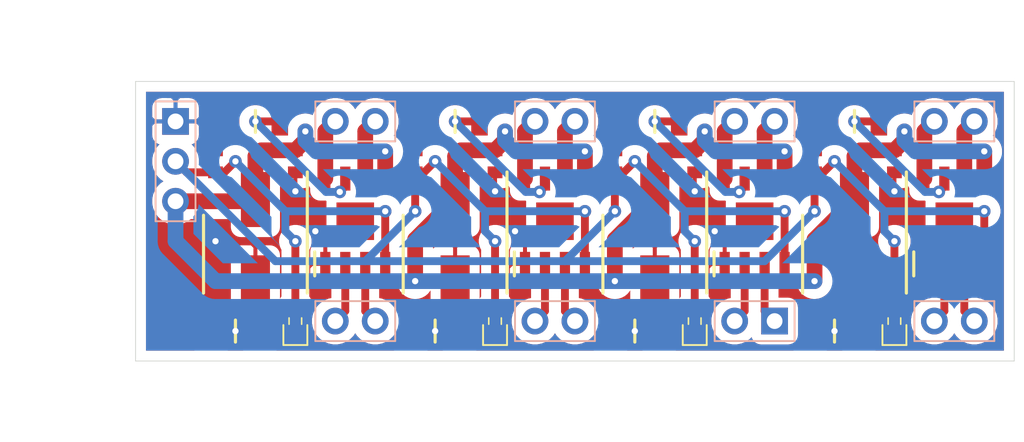
<source format=kicad_pcb>
(kicad_pcb (version 20221018) (generator pcbnew)
  (layers (0 "F.Cu" signal) (31 "B.Cu" signal) (34 "B.Paste" user) (35 "F.Paste" user) (36 "B.SilkS" user "B.Silkscreen") (37 "F.SilkS" user "F.Silkscreen") (38 "B.Mask" user) (39 "F.Mask" user) (44 "Edge.Cuts" user))
  (net 0 "")
  (net 1 "Net-(C1-Pad1)")
  (net 2 "Net-(C1-Pad2)")
  (net 3 "Net-(D1-Pad1)")
  (net 4 "Net-(D2-Pad1)")
  (net 5 "Net-(D3-Pad1)")
  (net 6 "Net-(D4-Pad1)")
  (net 7 "Net-(J2-Pad1)")
  (net 8 "Net-(J2-Pad2)")
  (net 9 "Net-(J3-Pad2)")
  (net 10 "Net-(J3-Pad1)")
  (net 11 "Net-(J4-Pad1)")
  (net 12 "Net-(J4-Pad2)")
  (net 13 "Net-(J5-Pad2)")
  (net 14 "Net-(J5-Pad1)")
  (net 15 "Net-(J6-Pad1)")
  (net 16 "Net-(J6-Pad2)")
  (net 17 "Net-(J7-Pad2)")
  (net 18 "Net-(J7-Pad1)")
  (net 19 "Net-(J8-Pad1)")
  (net 20 "Net-(J8-Pad2)")
  (net 21 "Net-(J9-Pad2)")
  (net 22 "Net-(J9-Pad1)")
  (net 23 "Net-(R5-Pad2)")
  (net 24 "Net-(R6-Pad2)")
  (net 25 "Net-(R7-Pad2)")
  (net 26 "Net-(R8-Pad2)")
  (net 27 "Net-(C10-Pad1)")
  (footprint "SamacSys_Parts:CAPC1608X90N" (layer "F.Cu") (at 93.98 129.54 90)
    (fp_text reference "C1")
    (fp_text value "0.1u" hide)
    (pad "1" smd rect (at -0.7 0 90) (size 0.75 0.94) (layers "F.Cu" "F.Paste" "F.Mask") (net 1 "Net-(C1-Pad1)"))
    (pad "2" smd rect (at 0.7 0 90) (size 0.75 0.94) (layers "F.Cu" "F.Paste" "F.Mask") (net 2 "Net-(C1-Pad2)"))
  )
  (footprint "SamacSys_Parts:CAPC1608X90N" (layer "F.Cu") (at 106.68 129.54 90)
    (fp_text reference "C2")
    (fp_text value "0.1u" hide)
    (pad "1" smd rect (at -0.7 0 90) (size 0.75 0.94) (layers "F.Cu" "F.Paste" "F.Mask") (net 1 "Net-(C1-Pad1)"))
    (pad "2" smd rect (at 0.7 0 90) (size 0.75 0.94) (layers "F.Cu" "F.Paste" "F.Mask") (net 2 "Net-(C1-Pad2)"))
  )
  (footprint "SamacSys_Parts:CAPC1608X90N" (layer "F.Cu") (at 119.38 129.54 90)
    (fp_text reference "C3")
    (fp_text value "0.1u" hide)
    (pad "1" smd rect (at -0.7 0 90) (size 0.75 0.94) (layers "F.Cu" "F.Paste" "F.Mask") (net 1 "Net-(C1-Pad1)"))
    (pad "2" smd rect (at 0.7 0 90) (size 0.75 0.94) (layers "F.Cu" "F.Paste" "F.Mask") (net 2 "Net-(C1-Pad2)"))
  )
  (footprint "SamacSys_Parts:CAPC1608X90N" (layer "F.Cu") (at 132.08 129.54 90)
    (fp_text reference "C4")
    (fp_text value "0.1u" hide)
    (pad "1" smd rect (at -0.7 0 90) (size 0.75 0.94) (layers "F.Cu" "F.Paste" "F.Mask") (net 1 "Net-(C1-Pad1)"))
    (pad "2" smd rect (at 0.7 0 90) (size 0.75 0.94) (layers "F.Cu" "F.Paste" "F.Mask") (net 2 "Net-(C1-Pad2)"))
  )
  (footprint "SamacSys_Parts:CAPC1608X90N" (layer "F.Cu") (at 99.06 129.54 -90)
    (fp_text reference "C5")
    (fp_text value "0.1u" hide)
    (pad "1" smd rect (at -0.7 0 270) (size 0.75 0.94) (layers "F.Cu" "F.Paste" "F.Mask") (net 27 "Net-(C10-Pad1)"))
    (pad "2" smd rect (at 0.7 0 270) (size 0.75 0.94) (layers "F.Cu" "F.Paste" "F.Mask") (net 2 "Net-(C1-Pad2)"))
  )
  (footprint "SamacSys_Parts:CAPC1608X90N" (layer "F.Cu") (at 111.76 129.54 -90)
    (fp_text reference "C6")
    (fp_text value "0.1u" hide)
    (pad "1" smd rect (at -0.7 0 270) (size 0.75 0.94) (layers "F.Cu" "F.Paste" "F.Mask") (net 27 "Net-(C10-Pad1)"))
    (pad "2" smd rect (at 0.7 0 270) (size 0.75 0.94) (layers "F.Cu" "F.Paste" "F.Mask") (net 2 "Net-(C1-Pad2)"))
  )
  (footprint "SamacSys_Parts:CAPC1608X90N" (layer "F.Cu") (at 124.46 129.54 -90)
    (fp_text reference "C7")
    (fp_text value "0.1u" hide)
    (pad "1" smd rect (at -0.7 0 270) (size 0.75 0.94) (layers "F.Cu" "F.Paste" "F.Mask") (net 27 "Net-(C10-Pad1)"))
    (pad "2" smd rect (at 0.7 0 270) (size 0.75 0.94) (layers "F.Cu" "F.Paste" "F.Mask") (net 2 "Net-(C1-Pad2)"))
  )
  (footprint "SamacSys_Parts:CAPC1608X90N" (layer "F.Cu") (at 137.16 129.54 -90)
    (fp_text reference "C8")
    (fp_text value "0.1u" hide)
    (pad "1" smd rect (at -0.7 0 270) (size 0.75 0.94) (layers "F.Cu" "F.Paste" "F.Mask") (net 27 "Net-(C10-Pad1)"))
    (pad "2" smd rect (at 0.7 0 270) (size 0.75 0.94) (layers "F.Cu" "F.Paste" "F.Mask") (net 2 "Net-(C1-Pad2)"))
  )
  (footprint "SamacSys_Parts:CAPAE660X730N" (layer "F.Cu") (at 96.52 134.62 -90)
    (fp_text reference "C12")
    (fp_text value "47u" hide)
    (fp_line (start -4.4 -3.3) (end 3.3 -3.3) (stroke (width 0.2)) (layer "F.SilkS"))
    (fp_line (start -1.65 3.3) (end 3.3 3.3) (stroke (width 0.2)) (layer "F.SilkS"))
    (pad "1" smd rect (at -2.65 0) (size 1.85 3.5) (layers "F.Cu" "F.Paste" "F.Mask") (net 27 "Net-(C10-Pad1)"))
    (pad "2" smd rect (at 2.65 0) (size 1.85 3.5) (layers "F.Cu" "F.Paste" "F.Mask") (net 2 "Net-(C1-Pad2)"))
  )
  (footprint "SamacSys_Parts:OSXX0603C1E" (layer "F.Cu") (at 99.06 139.7 90)
    (fp_text reference "D1")
    (fp_text value "LED" hide)
    (fp_line (start -0.2 -0.4) (end 0.2 -0.4) (stroke (width 0.1)) (layer "F.SilkS"))
    (fp_line (start -0.2 0.4) (end 0.2 0.4) (stroke (width 0.1)) (layer "F.SilkS"))
    (pad "1" smd rect (at -0.75 0 90) (size 0.8 0.8) (layers "F.Cu" "F.Paste" "F.Mask") (net 3 "Net-(D1-Pad1)"))
    (pad "2" smd rect (at 0.75 0 90) (size 0.8 0.8) (layers "F.Cu" "F.Paste" "F.Mask") (net 1 "Net-(C1-Pad1)"))
  )
  (footprint "SamacSys_Parts:OSXX0603C1E" (layer "F.Cu") (at 111.76 139.7 90)
    (fp_text reference "D2")
    (fp_text value "LED" hide)
    (fp_line (start -0.2 -0.4) (end 0.2 -0.4) (stroke (width 0.1)) (layer "F.SilkS"))
    (fp_line (start -0.2 0.4) (end 0.2 0.4) (stroke (width 0.1)) (layer "F.SilkS"))
    (pad "1" smd rect (at -0.75 0 90) (size 0.8 0.8) (layers "F.Cu" "F.Paste" "F.Mask") (net 4 "Net-(D2-Pad1)"))
    (pad "2" smd rect (at 0.75 0 90) (size 0.8 0.8) (layers "F.Cu" "F.Paste" "F.Mask") (net 1 "Net-(C1-Pad1)"))
  )
  (footprint "SamacSys_Parts:OSXX0603C1E" (layer "F.Cu") (at 124.46 139.7 90)
    (fp_text reference "D3")
    (fp_text value "LED" hide)
    (fp_line (start -0.2 -0.4) (end 0.2 -0.4) (stroke (width 0.1)) (layer "F.SilkS"))
    (fp_line (start -0.2 0.4) (end 0.2 0.4) (stroke (width 0.1)) (layer "F.SilkS"))
    (pad "1" smd rect (at -0.75 0 90) (size 0.8 0.8) (layers "F.Cu" "F.Paste" "F.Mask") (net 5 "Net-(D3-Pad1)"))
    (pad "2" smd rect (at 0.75 0 90) (size 0.8 0.8) (layers "F.Cu" "F.Paste" "F.Mask") (net 1 "Net-(C1-Pad1)"))
  )
  (footprint "SamacSys_Parts:OSXX0603C1E" (layer "F.Cu") (at 137.16 139.7 90)
    (fp_text reference "D4")
    (fp_text value "LED" hide)
    (fp_line (start -0.2 -0.4) (end 0.2 -0.4) (stroke (width 0.1)) (layer "F.SilkS"))
    (fp_line (start -0.2 0.4) (end 0.2 0.4) (stroke (width 0.1)) (layer "F.SilkS"))
    (pad "1" smd rect (at -0.75 0 90) (size 0.8 0.8) (layers "F.Cu" "F.Paste" "F.Mask") (net 6 "Net-(D4-Pad1)"))
    (pad "2" smd rect (at 0.75 0 90) (size 0.8 0.8) (layers "F.Cu" "F.Paste" "F.Mask") (net 1 "Net-(C1-Pad1)"))
  )
  (footprint "SamacSys_Parts:RESC3216X70N" (layer "F.Cu") (at 95.25 140.335)
    (fp_text reference "R1")
    (fp_text value "110" hide)
    (fp_line (start 0 -0.7) (end 0 0.7) (stroke (width 0.2)) (layer "F.SilkS"))
    (pad "1" smd rect (at -1.55 0) (size 1.05 1.8) (layers "F.Cu" "F.Paste" "F.Mask") (net 2 "Net-(C1-Pad2)"))
    (pad "2" smd rect (at 1.55 0) (size 1.05 1.8) (layers "F.Cu" "F.Paste" "F.Mask") (net 3 "Net-(D1-Pad1)"))
  )
  (footprint "SamacSys_Parts:RESC3216X70N" (layer "F.Cu") (at 107.95 140.335)
    (fp_text reference "R2")
    (fp_text value "110" hide)
    (fp_line (start 0 -0.7) (end 0 0.7) (stroke (width 0.2)) (layer "F.SilkS"))
    (pad "1" smd rect (at -1.55 0) (size 1.05 1.8) (layers "F.Cu" "F.Paste" "F.Mask") (net 2 "Net-(C1-Pad2)"))
    (pad "2" smd rect (at 1.55 0) (size 1.05 1.8) (layers "F.Cu" "F.Paste" "F.Mask") (net 4 "Net-(D2-Pad1)"))
  )
  (footprint "SamacSys_Parts:RESC3216X70N" (layer "F.Cu") (at 120.65 140.335)
    (fp_text reference "R3")
    (fp_text value "110" hide)
    (fp_line (start 0 -0.7) (end 0 0.7) (stroke (width 0.2)) (layer "F.SilkS"))
    (pad "1" smd rect (at -1.55 0) (size 1.05 1.8) (layers "F.Cu" "F.Paste" "F.Mask") (net 2 "Net-(C1-Pad2)"))
    (pad "2" smd rect (at 1.55 0) (size 1.05 1.8) (layers "F.Cu" "F.Paste" "F.Mask") (net 5 "Net-(D3-Pad1)"))
  )
  (footprint "SamacSys_Parts:RESC3216X70N" (layer "F.Cu") (at 133.35 140.335)
    (fp_text reference "R4")
    (fp_text value "110" hide)
    (fp_line (start 0 -0.7) (end 0 0.7) (stroke (width 0.2)) (layer "F.SilkS"))
    (pad "1" smd rect (at -1.55 0) (size 1.05 1.8) (layers "F.Cu" "F.Paste" "F.Mask") (net 2 "Net-(C1-Pad2)"))
    (pad "2" smd rect (at 1.55 0) (size 1.05 1.8) (layers "F.Cu" "F.Paste" "F.Mask") (net 6 "Net-(D4-Pad1)"))
  )
  (footprint "SamacSys_Parts:RESC3216X80N" (layer "F.Cu") (at 96.52 127)
    (fp_text reference "R5")
    (fp_text value "1" hide)
    (fp_line (start 0 -0.7) (end 0 0.7) (stroke (width 0.2)) (layer "F.SilkS"))
    (pad "1" smd rect (at -1.55 0) (size 1.05 1.8) (layers "F.Cu" "F.Paste" "F.Mask") (net 2 "Net-(C1-Pad2)"))
    (pad "2" smd rect (at 1.55 0) (size 1.05 1.8) (layers "F.Cu" "F.Paste" "F.Mask") (net 23 "Net-(R5-Pad2)"))
  )
  (footprint "SamacSys_Parts:RESC3216X80N" (layer "F.Cu") (at 109.22 127)
    (fp_text reference "R6")
    (fp_text value "1" hide)
    (fp_line (start 0 -0.7) (end 0 0.7) (stroke (width 0.2)) (layer "F.SilkS"))
    (pad "1" smd rect (at -1.55 0) (size 1.05 1.8) (layers "F.Cu" "F.Paste" "F.Mask") (net 2 "Net-(C1-Pad2)"))
    (pad "2" smd rect (at 1.55 0) (size 1.05 1.8) (layers "F.Cu" "F.Paste" "F.Mask") (net 24 "Net-(R6-Pad2)"))
  )
  (footprint "SamacSys_Parts:RESC3216X80N" (layer "F.Cu") (at 121.92 127)
    (fp_text reference "R7")
    (fp_text value "1" hide)
    (fp_line (start 0 -0.7) (end 0 0.7) (stroke (width 0.2)) (layer "F.SilkS"))
    (pad "1" smd rect (at -1.55 0) (size 1.05 1.8) (layers "F.Cu" "F.Paste" "F.Mask") (net 2 "Net-(C1-Pad2)"))
    (pad "2" smd rect (at 1.55 0) (size 1.05 1.8) (layers "F.Cu" "F.Paste" "F.Mask") (net 25 "Net-(R7-Pad2)"))
  )
  (footprint "SamacSys_Parts:RESC3216X80N" (layer "F.Cu") (at 134.62 127)
    (fp_text reference "R8")
    (fp_text value "1" hide)
    (fp_line (start 0 -0.7) (end 0 0.7) (stroke (width 0.2)) (layer "F.SilkS"))
    (pad "1" smd rect (at -1.55 0) (size 1.05 1.8) (layers "F.Cu" "F.Paste" "F.Mask") (net 2 "Net-(C1-Pad2)"))
    (pad "2" smd rect (at 1.55 0) (size 1.05 1.8) (layers "F.Cu" "F.Paste" "F.Mask") (net 26 "Net-(R8-Pad2)"))
  )
  (footprint "SamacSys_Parts:SOIC127P600X175-9N" (layer "F.Cu") (at 102.87 133.35 90)
    (fp_text reference "U3")
    (fp_text value "TB67H450FNG" hide)
    (fp_line (start -3.475 -2.58) (end -1.95 -2.58) (stroke (width 0.2)) (layer "F.SilkS"))
    (pad "1" smd rect (at -2.712 -1.905 180) (size 0.65 1.525) (layers "F.Cu" "F.Paste" "F.Mask") (net 2 "Net-(C1-Pad2)"))
    (pad "2" smd rect (at -2.712 -0.635 180) (size 0.65 1.525) (layers "F.Cu" "F.Paste" "F.Mask") (net 8 "Net-(J2-Pad2)"))
    (pad "3" smd rect (at -2.712 0.635 180) (size 0.65 1.525) (layers "F.Cu" "F.Paste" "F.Mask") (net 7 "Net-(J2-Pad1)"))
    (pad "4" smd rect (at -2.712 1.905 180) (size 0.65 1.525) (layers "F.Cu" "F.Paste" "F.Mask") (net 1 "Net-(C1-Pad1)"))
    (pad "5" smd rect (at 2.712 1.905 180) (size 0.65 1.525) (layers "F.Cu" "F.Paste" "F.Mask") (net 27 "Net-(C10-Pad1)"))
    (pad "6" smd rect (at 2.712 0.635 180) (size 0.65 1.525) (layers "F.Cu" "F.Paste" "F.Mask") (net 16 "Net-(J6-Pad2)"))
    (pad "7" smd rect (at 2.712 -0.635 180) (size 0.65 1.525) (layers "F.Cu" "F.Paste" "F.Mask") (net 23 "Net-(R5-Pad2)"))
    (pad "8" smd rect (at 2.712 -1.905 180) (size 0.65 1.525) (layers "F.Cu" "F.Paste" "F.Mask") (net 15 "Net-(J6-Pad1)"))
    (pad "9" smd rect (at 0 0 90) (size 2.39 2.39) (layers "F.Cu" "F.Paste" "F.Mask"))
  )
  (footprint "SamacSys_Parts:SOIC127P600X175-9N" (layer "F.Cu") (at 115.57 133.35 90)
    (fp_text reference "U4")
    (fp_text value "TB67H450FNG" hide)
    (fp_line (start -3.475 -2.58) (end -1.95 -2.58) (stroke (width 0.2)) (layer "F.SilkS"))
    (pad "1" smd rect (at -2.712 -1.905 180) (size 0.65 1.525) (layers "F.Cu" "F.Paste" "F.Mask") (net 2 "Net-(C1-Pad2)"))
    (pad "2" smd rect (at -2.712 -0.635 180) (size 0.65 1.525) (layers "F.Cu" "F.Paste" "F.Mask") (net 9 "Net-(J3-Pad2)"))
    (pad "3" smd rect (at -2.712 0.635 180) (size 0.65 1.525) (layers "F.Cu" "F.Paste" "F.Mask") (net 10 "Net-(J3-Pad1)"))
    (pad "4" smd rect (at -2.712 1.905 180) (size 0.65 1.525) (layers "F.Cu" "F.Paste" "F.Mask") (net 1 "Net-(C1-Pad1)"))
    (pad "5" smd rect (at 2.712 1.905 180) (size 0.65 1.525) (layers "F.Cu" "F.Paste" "F.Mask") (net 27 "Net-(C10-Pad1)"))
    (pad "6" smd rect (at 2.712 0.635 180) (size 0.65 1.525) (layers "F.Cu" "F.Paste" "F.Mask") (net 17 "Net-(J7-Pad2)"))
    (pad "7" smd rect (at 2.712 -0.635 180) (size 0.65 1.525) (layers "F.Cu" "F.Paste" "F.Mask") (net 24 "Net-(R6-Pad2)"))
    (pad "8" smd rect (at 2.712 -1.905 180) (size 0.65 1.525) (layers "F.Cu" "F.Paste" "F.Mask") (net 18 "Net-(J7-Pad1)"))
    (pad "9" smd rect (at 0 0 90) (size 2.39 2.39) (layers "F.Cu" "F.Paste" "F.Mask"))
  )
  (footprint "SamacSys_Parts:SOIC127P600X175-9N" (layer "F.Cu") (at 128.27 133.35 90)
    (fp_text reference "U5")
    (fp_text value "TB67H450FNG" hide)
    (fp_line (start -3.475 -2.58) (end -1.95 -2.58) (stroke (width 0.2)) (layer "F.SilkS"))
    (pad "1" smd rect (at -2.712 -1.905 180) (size 0.65 1.525) (layers "F.Cu" "F.Paste" "F.Mask") (net 2 "Net-(C1-Pad2)"))
    (pad "2" smd rect (at -2.712 -0.635 180) (size 0.65 1.525) (layers "F.Cu" "F.Paste" "F.Mask") (net 12 "Net-(J4-Pad2)"))
    (pad "3" smd rect (at -2.712 0.635 180) (size 0.65 1.525) (layers "F.Cu" "F.Paste" "F.Mask") (net 11 "Net-(J4-Pad1)"))
    (pad "4" smd rect (at -2.712 1.905 180) (size 0.65 1.525) (layers "F.Cu" "F.Paste" "F.Mask") (net 1 "Net-(C1-Pad1)"))
    (pad "5" smd rect (at 2.712 1.905 180) (size 0.65 1.525) (layers "F.Cu" "F.Paste" "F.Mask") (net 27 "Net-(C10-Pad1)"))
    (pad "6" smd rect (at 2.712 0.635 180) (size 0.65 1.525) (layers "F.Cu" "F.Paste" "F.Mask") (net 20 "Net-(J8-Pad2)"))
    (pad "7" smd rect (at 2.712 -0.635 180) (size 0.65 1.525) (layers "F.Cu" "F.Paste" "F.Mask") (net 25 "Net-(R7-Pad2)"))
    (pad "8" smd rect (at 2.712 -1.905 180) (size 0.65 1.525) (layers "F.Cu" "F.Paste" "F.Mask") (net 19 "Net-(J8-Pad1)"))
    (pad "9" smd rect (at 0 0 90) (size 2.39 2.39) (layers "F.Cu" "F.Paste" "F.Mask"))
  )
  (footprint "SamacSys_Parts:SOIC127P600X175-9N" (layer "F.Cu") (at 140.97 133.35 90)
    (fp_text reference "U6")
    (fp_text value "TB67H450FNG" hide)
    (fp_line (start -3.475 -2.58) (end -1.95 -2.58) (stroke (width 0.2)) (layer "F.SilkS"))
    (pad "1" smd rect (at -2.712 -1.905 180) (size 0.65 1.525) (layers "F.Cu" "F.Paste" "F.Mask") (net 2 "Net-(C1-Pad2)"))
    (pad "2" smd rect (at -2.712 -0.635 180) (size 0.65 1.525) (layers "F.Cu" "F.Paste" "F.Mask") (net 13 "Net-(J5-Pad2)"))
    (pad "3" smd rect (at -2.712 0.635 180) (size 0.65 1.525) (layers "F.Cu" "F.Paste" "F.Mask") (net 14 "Net-(J5-Pad1)"))
    (pad "4" smd rect (at -2.712 1.905 180) (size 0.65 1.525) (layers "F.Cu" "F.Paste" "F.Mask") (net 1 "Net-(C1-Pad1)"))
    (pad "5" smd rect (at 2.712 1.905 180) (size 0.65 1.525) (layers "F.Cu" "F.Paste" "F.Mask") (net 27 "Net-(C10-Pad1)"))
    (pad "6" smd rect (at 2.712 0.635 180) (size 0.65 1.525) (layers "F.Cu" "F.Paste" "F.Mask") (net 21 "Net-(J9-Pad2)"))
    (pad "7" smd rect (at 2.712 -0.635 180) (size 0.65 1.525) (layers "F.Cu" "F.Paste" "F.Mask") (net 26 "Net-(R8-Pad2)"))
    (pad "8" smd rect (at 2.712 -1.905 180) (size 0.65 1.525) (layers "F.Cu" "F.Paste" "F.Mask") (net 22 "Net-(J9-Pad1)"))
    (pad "9" smd rect (at 0 0 90) (size 2.39 2.39) (layers "F.Cu" "F.Paste" "F.Mask"))
  )
  (footprint "SamacSys_Parts:CAPAE660X730N" (layer "F.Cu") (at 109.22 134.62 -90)
    (fp_text reference "C9")
    (fp_text value "47u" hide)
    (fp_line (start -4.4 -3.3) (end 3.3 -3.3) (stroke (width 0.2)) (layer "F.SilkS"))
    (fp_line (start -1.65 3.3) (end 3.3 3.3) (stroke (width 0.2)) (layer "F.SilkS"))
    (pad "1" smd rect (at -2.65 0) (size 1.85 3.5) (layers "F.Cu" "F.Paste" "F.Mask") (net 27 "Net-(C10-Pad1)"))
    (pad "2" smd rect (at 2.65 0) (size 1.85 3.5) (layers "F.Cu" "F.Paste" "F.Mask") (net 2 "Net-(C1-Pad2)"))
  )
  (footprint "SamacSys_Parts:CAPAE660X730N" (layer "F.Cu") (at 121.92 134.62 -90)
    (fp_text reference "C10")
    (fp_text value "47u" hide)
    (fp_line (start -4.4 -3.3) (end 3.3 -3.3) (stroke (width 0.2)) (layer "F.SilkS"))
    (fp_line (start -1.65 3.3) (end 3.3 3.3) (stroke (width 0.2)) (layer "F.SilkS"))
    (pad "1" smd rect (at -2.65 0) (size 1.85 3.5) (layers "F.Cu" "F.Paste" "F.Mask") (net 27 "Net-(C10-Pad1)"))
    (pad "2" smd rect (at 2.65 0) (size 1.85 3.5) (layers "F.Cu" "F.Paste" "F.Mask") (net 2 "Net-(C1-Pad2)"))
  )
  (footprint "SamacSys_Parts:CAPAE660X730N" (layer "F.Cu") (at 134.62 134.62 -90)
    (fp_text reference "C11")
    (fp_text value "47u" hide)
    (fp_line (start -4.4 -3.3) (end 3.3 -3.3) (stroke (width 0.2)) (layer "F.SilkS"))
    (fp_line (start -1.65 3.3) (end 3.3 3.3) (stroke (width 0.2)) (layer "F.SilkS"))
    (pad "1" smd rect (at -2.65 0) (size 1.85 3.5) (layers "F.Cu" "F.Paste" "F.Mask") (net 27 "Net-(C10-Pad1)"))
    (pad "2" smd rect (at 2.65 0) (size 1.85 3.5) (layers "F.Cu" "F.Paste" "F.Mask") (net 2 "Net-(C1-Pad2)"))
  )
  (footprint "Connector_PinHeader_2.54mm:PinHeader_1x02_P2.54mm_Vertical" (layer "B.Cu") (at 104.14 139.7 90)
    (fp_text reference "J2")
    (fp_text value "Conn_01x02_Female")
    (pad "1" thru_hole circle (at 0 0 90) (size 1.7 1.7) (drill 1) (layers "*.Cu" "*.Mask") (net 7 "Net-(J2-Pad1)"))
    (pad "2" thru_hole oval (at 0 -2.54 90) (size 1.7 1.7) (drill 1) (layers "*.Cu" "*.Mask") (net 8 "Net-(J2-Pad2)"))
  )
  (footprint "Connector_PinHeader_2.54mm:PinHeader_1x02_P2.54mm_Vertical" (layer "B.Cu") (at 116.84 139.7 90)
    (fp_text reference "J3")
    (fp_text value "Conn_01x02_Female")
    (pad "1" thru_hole circle (at 0 0 90) (size 1.7 1.7) (drill 1) (layers "*.Cu" "*.Mask") (net 10 "Net-(J3-Pad1)"))
    (pad "2" thru_hole oval (at 0 -2.54 90) (size 1.7 1.7) (drill 1) (layers "*.Cu" "*.Mask") (net 9 "Net-(J3-Pad2)"))
  )
  (footprint "Connector_PinHeader_2.54mm:PinHeader_1x02_P2.54mm_Vertical" (layer "B.Cu") (at 129.54 139.7 90)
    (fp_text reference "J4")
    (fp_text value "Conn_01x02_Female")
    (pad "1" thru_hole rect (at 0 0 90) (size 1.7 1.7) (drill 1) (layers "*.Cu" "*.Mask") (net 11 "Net-(J4-Pad1)"))
    (pad "2" thru_hole oval (at 0 -2.54 90) (size 1.7 1.7) (drill 1) (layers "*.Cu" "*.Mask") (net 12 "Net-(J4-Pad2)"))
  )
  (footprint "Connector_PinHeader_2.54mm:PinHeader_1x02_P2.54mm_Vertical" (layer "B.Cu") (at 142.24 139.7 90)
    (fp_text reference "J5")
    (fp_text value "Conn_01x02_Female")
    (pad "1" thru_hole circle (at 0 0 90) (size 1.7 1.7) (drill 1) (layers "*.Cu" "*.Mask") (net 14 "Net-(J5-Pad1)"))
    (pad "2" thru_hole oval (at 0 -2.54 90) (size 1.7 1.7) (drill 1) (layers "*.Cu" "*.Mask") (net 13 "Net-(J5-Pad2)"))
  )
  (footprint "Connector_PinHeader_2.54mm:PinHeader_1x02_P2.54mm_Vertical" (layer "B.Cu") (at 114.3 127 -90)
    (fp_text reference "J7")
    (fp_text value "Conn_01x02_Female")
    (pad "1" thru_hole circle (at 0 0 270) (size 1.7 1.7) (drill 1) (layers "*.Cu" "*.Mask") (net 18 "Net-(J7-Pad1)"))
    (pad "2" thru_hole oval (at 0 -2.54 270) (size 1.7 1.7) (drill 1) (layers "*.Cu" "*.Mask") (net 17 "Net-(J7-Pad2)"))
  )
  (footprint "Connector_PinHeader_2.54mm:PinHeader_1x02_P2.54mm_Vertical" (layer "B.Cu") (at 127 127 -90)
    (fp_text reference "J8")
    (fp_text value "Conn_01x02_Female")
    (pad "1" thru_hole circle (at 0 0 270) (size 1.7 1.7) (drill 1) (layers "*.Cu" "*.Mask") (net 19 "Net-(J8-Pad1)"))
    (pad "2" thru_hole oval (at 0 -2.54 270) (size 1.7 1.7) (drill 1) (layers "*.Cu" "*.Mask") (net 20 "Net-(J8-Pad2)"))
  )
  (footprint "Connector_PinHeader_2.54mm:PinHeader_1x02_P2.54mm_Vertical" (layer "B.Cu") (at 139.7 127 -90)
    (fp_text reference "J9")
    (fp_text value "Conn_01x02_Female")
    (pad "1" thru_hole circle (at 0 0 270) (size 1.7 1.7) (drill 1) (layers "*.Cu" "*.Mask") (net 22 "Net-(J9-Pad1)"))
    (pad "2" thru_hole oval (at 0 -2.54 270) (size 1.7 1.7) (drill 1) (layers "*.Cu" "*.Mask") (net 21 "Net-(J9-Pad2)"))
  )
  (footprint "Connector_PinHeader_2.54mm:PinHeader_1x02_P2.54mm_Vertical" (layer "B.Cu") (at 101.6 127 -90)
    (fp_text reference "J6")
    (fp_text value "Conn_01x02_Female")
    (pad "1" thru_hole circle (at 0 0 270) (size 1.7 1.7) (drill 1) (layers "*.Cu" "*.Mask") (net 15 "Net-(J6-Pad1)"))
    (pad "2" thru_hole oval (at 0 -2.54 270) (size 1.7 1.7) (drill 1) (layers "*.Cu" "*.Mask") (net 16 "Net-(J6-Pad2)"))
  )
  (footprint "Connector_PinHeader_2.54mm:PinHeader_1x03_P2.54mm_Vertical" (layer "B.Cu") (at 91.44 127 180)
    (fp_text reference "J1")
    (fp_text value "Conn_01x03_Female")
    (pad "1" thru_hole rect (at 0 0 180) (size 1.7 1.7) (drill 1) (layers "*.Cu" "*.Mask") (net 2 "Net-(C1-Pad2)"))
    (pad "2" thru_hole oval (at 0 -2.54 180) (size 1.7 1.7) (drill 1) (layers "*.Cu" "*.Mask") (net 1 "Net-(C1-Pad1)"))
    (pad "3" thru_hole oval (at 0 -5.08 180) (size 1.7 1.7) (drill 1) (layers "*.Cu" "*.Mask") (net 27 "Net-(C10-Pad1)"))
  )
  (gr_line (start 92.71 125.73) (end 90.17 125.73) (stroke (width 0.12)) (layer "B.SilkS"))
  (gr_line (start 105.41 125.73) (end 100.33 125.73) (stroke (width 0.12)) (layer "B.SilkS"))
  (gr_line (start 118.11 125.73) (end 113.03 125.73) (stroke (width 0.12)) (layer "B.SilkS"))
  (gr_line (start 130.81 125.73) (end 125.73 125.73) (stroke (width 0.12)) (layer "B.SilkS"))
  (gr_line (start 143.51 125.73) (end 138.43 125.73) (stroke (width 0.12)) (layer "B.SilkS"))
  (gr_line (start 143.51 138.43) (end 138.43 138.43) (stroke (width 0.12)) (layer "B.SilkS"))
  (gr_line (start 130.81 138.43) (end 125.73 138.43) (stroke (width 0.12)) (layer "B.SilkS"))
  (gr_line (start 118.11 138.43) (end 113.03 138.43) (stroke (width 0.12)) (layer "B.SilkS"))
  (gr_line (start 105.41 138.43) (end 100.33 138.43) (stroke (width 0.12)) (layer "B.SilkS"))
  (gr_line (start 113.03 128.27) (end 118.11 128.27) (stroke (width 0.12)) (layer "B.SilkS"))
  (gr_line (start 92.71 133.35) (end 92.71 125.73) (stroke (width 0.12)) (layer "B.SilkS"))
  (gr_line (start 118.11 140.97) (end 118.11 138.43) (stroke (width 0.12)) (layer "B.SilkS"))
  (gr_line (start 100.33 128.27) (end 105.41 128.27) (stroke (width 0.12)) (layer "B.SilkS"))
  (gr_line (start 100.33 138.43) (end 100.33 140.97) (stroke (width 0.12)) (layer "B.SilkS"))
  (gr_line (start 138.43 138.43) (end 138.43 140.97) (stroke (width 0.12)) (layer "B.SilkS"))
  (gr_line (start 130.81 128.27) (end 130.81 125.73) (stroke (width 0.12)) (layer "B.SilkS"))
  (gr_line (start 100.33 125.73) (end 100.33 128.27) (stroke (width 0.12)) (layer "B.SilkS"))
  (gr_line (start 113.03 125.73) (end 113.03 128.27) (stroke (width 0.12)) (layer "B.SilkS"))
  (gr_line (start 125.73 138.43) (end 125.73 140.97) (stroke (width 0.12)) (layer "B.SilkS"))
  (gr_line (start 113.03 138.43) (end 113.03 140.97) (stroke (width 0.12)) (layer "B.SilkS"))
  (gr_line (start 125.73 128.27) (end 130.81 128.27) (stroke (width 0.12)) (layer "B.SilkS"))
  (gr_line (start 90.17 133.35) (end 92.71 133.35) (stroke (width 0.12)) (layer "B.SilkS"))
  (gr_line (start 130.81 140.97) (end 130.81 138.43) (stroke (width 0.12)) (layer "B.SilkS"))
  (gr_line (start 118.11 128.27) (end 118.11 125.73) (stroke (width 0.12)) (layer "B.SilkS"))
  (gr_line (start 143.51 140.97) (end 143.51 138.43) (stroke (width 0.12)) (layer "B.SilkS"))
  (gr_line (start 138.43 140.97) (end 143.51 140.97) (stroke (width 0.12)) (layer "B.SilkS"))
  (gr_line (start 125.73 140.97) (end 130.81 140.97) (stroke (width 0.12)) (layer "B.SilkS"))
  (gr_line (start 113.03 140.97) (end 118.11 140.97) (stroke (width 0.12)) (layer "B.SilkS"))
  (gr_line (start 105.41 140.97) (end 105.41 138.43) (stroke (width 0.12)) (layer "B.SilkS"))
  (gr_line (start 138.43 128.27) (end 143.51 128.27) (stroke (width 0.12)) (layer "B.SilkS"))
  (gr_line (start 143.51 128.27) (end 143.51 125.73) (stroke (width 0.12)) (layer "B.SilkS"))
  (gr_line (start 125.73 125.73) (end 125.73 128.27) (stroke (width 0.12)) (layer "B.SilkS"))
  (gr_line (start 100.33 140.97) (end 105.41 140.97) (stroke (width 0.12)) (layer "B.SilkS"))
  (gr_line (start 138.43 125.73) (end 138.43 128.27) (stroke (width 0.12)) (layer "B.SilkS"))
  (gr_line (start 105.41 128.27) (end 105.41 125.73) (stroke (width 0.12)) (layer "B.SilkS"))
  (gr_line (start 90.17 125.73) (end 90.17 133.35) (stroke (width 0.12)) (layer "B.SilkS"))
  (gr_line (start 99.822 141.224) (end 99.822 139.954) (stroke (width 0.12)) (layer "F.SilkS"))
  (gr_line (start 98.298 139.954) (end 98.298 141.224) (stroke (width 0.12)) (layer "F.SilkS"))
  (gr_line (start 125.222 141.224) (end 125.222 139.954) (stroke (width 0.12)) (layer "F.SilkS"))
  (gr_line (start 136.398 139.954) (end 136.398 141.224) (stroke (width 0.12)) (layer "F.SilkS"))
  (gr_line (start 123.698 141.224) (end 125.222 141.224) (stroke (width 0.12)) (layer "F.SilkS"))
  (gr_line (start 123.698 139.954) (end 123.698 141.224) (stroke (width 0.12)) (layer "F.SilkS"))
  (gr_line (start 137.922 141.224) (end 137.922 139.954) (stroke (width 0.12)) (layer "F.SilkS"))
  (gr_line (start 98.298 141.224) (end 99.822 141.224) (stroke (width 0.12)) (layer "F.SilkS"))
  (gr_line (start 136.398 141.224) (end 137.922 141.224) (stroke (width 0.12)) (layer "F.SilkS"))
  (gr_line (start 112.522 141.224) (end 112.522 139.954) (stroke (width 0.12)) (layer "F.SilkS"))
  (gr_line (start 110.998 139.954) (end 110.998 141.224) (stroke (width 0.12)) (layer "F.SilkS"))
  (gr_line (start 110.998 141.224) (end 112.522 141.224) (stroke (width 0.12)) (layer "F.SilkS"))
  (gr_line (start 88.9 142.24) (end 88.9 124.46) (stroke (width 0.05)) (layer "Edge.Cuts"))
  (gr_line (start 144.78 142.24) (end 88.9 142.24) (stroke (width 0.05)) (layer "Edge.Cuts"))
  (gr_line (start 144.78 124.46) (end 144.78 142.24) (stroke (width 0.05)) (layer "Edge.Cuts"))
  (gr_line (start 88.9 124.46) (end 144.78 124.46) (stroke (width 0.05)) (layer "Edge.Cuts"))
  (segment (start 107.25 130.24) (end 107.95 129.54) (width 0.5) (layer "F.Cu") (net 1))
  (segment (start 119.38 130.24) (end 119.95 130.24) (width 0.5) (layer "F.Cu") (net 1))
  (segment (start 91.44 129.54) (end 92.14 130.24) (width 0.5) (layer "F.Cu") (net 1))
  (segment (start 132.65 130.24) (end 133.35 129.54) (width 0.5) (layer "F.Cu") (net 1))
  (segment (start 111.76 134.62) (end 111.76 138.95) (width 0.5) (layer "F.Cu") (net 1))
  (segment (start 137.16 134.62) (end 137.16 138.95) (width 0.5) (layer "F.Cu") (net 1))
  (segment (start 132.08 130.24) (end 132.65 130.24) (width 0.5) (layer "F.Cu") (net 1))
  (segment (start 119.95 130.24) (end 120.65 129.54) (width 0.5) (layer "F.Cu") (net 1))
  (segment (start 93.98 130.24) (end 94.55 130.24) (width 0.5) (layer "F.Cu") (net 1))
  (segment (start 119.38 132.715) (end 119.38 130.24) (width 0.5) (layer "F.Cu") (net 1))
  (segment (start 130.175 132.715) (end 130.175 136.062) (width 0.5) (layer "F.Cu") (net 1))
  (segment (start 99.06 134.62) (end 99.06 138.95) (width 0.5) (layer "F.Cu") (net 1))
  (segment (start 106.68 130.24) (end 107.25 130.24) (width 0.5) (layer "F.Cu") (net 1))
  (segment (start 92.14 130.24) (end 93.98 130.24) (width 0.5) (layer "F.Cu") (net 1))
  (segment (start 104.775 132.715) (end 104.775 136.062) (width 0.5) (layer "F.Cu") (net 1))
  (segment (start 142.875 132.715) (end 142.875 136.062) (width 0.5) (layer "F.Cu") (net 1))
  (segment (start 94.55 130.24) (end 95.25 129.54) (width 0.5) (layer "F.Cu") (net 1))
  (segment (start 132.08 132.715) (end 132.08 130.24) (width 0.5) (layer "F.Cu") (net 1))
  (segment (start 124.46 134.62) (end 124.46 138.95) (width 0.5) (layer "F.Cu") (net 1))
  (segment (start 106.68 132.715) (end 106.68 130.24) (width 0.5) (layer "F.Cu") (net 1))
  (segment (start 117.475 132.715) (end 117.475 136.062) (width 0.5) (layer "F.Cu") (net 1))
  (via (at 119.38 132.715) (size 0.8) (drill 0.4) (layers "F.Cu" "B.Cu") (net 1))
  (via (at 111.76 134.62) (size 0.8) (drill 0.4) (layers "F.Cu" "B.Cu") (net 1))
  (via (at 107.95 129.54) (size 0.8) (drill 0.4) (layers "F.Cu" "B.Cu") (net 1))
  (via (at 137.16 134.62) (size 0.8) (drill 0.4) (layers "F.Cu" "B.Cu") (net 1))
  (via (at 142.875 132.715) (size 0.8) (drill 0.4) (layers "F.Cu" "B.Cu") (net 1))
  (via (at 132.08 132.715) (size 0.8) (drill 0.4) (layers "F.Cu" "B.Cu") (net 1))
  (via (at 104.775 132.715) (size 0.8) (drill 0.4) (layers "F.Cu" "B.Cu") (net 1))
  (via (at 106.68 132.715) (size 0.8) (drill 0.4) (layers "F.Cu" "B.Cu") (net 1))
  (via (at 117.475 132.715) (size 0.8) (drill 0.4) (layers "F.Cu" "B.Cu") (net 1))
  (via (at 99.06 134.62) (size 0.8) (drill 0.4) (layers "F.Cu" "B.Cu") (net 1))
  (via (at 133.35 129.54) (size 0.8) (drill 0.4) (layers "F.Cu" "B.Cu") (net 1))
  (via (at 120.65 129.54) (size 0.8) (drill 0.4) (layers "F.Cu" "B.Cu") (net 1))
  (via (at 95.25 129.54) (size 0.8) (drill 0.4) (layers "F.Cu" "B.Cu") (net 1))
  (via (at 130.175 132.715) (size 0.8) (drill 0.4) (layers "F.Cu" "B.Cu") (net 1))
  (via (at 124.46 134.62) (size 0.8) (drill 0.4) (layers "F.Cu" "B.Cu") (net 1))
  (segment (start 136.525 132.715) (end 136.525 133.985) (width 0.5) (layer "B.Cu") (net 1))
  (segment (start 123.825 132.715) (end 123.825 133.985) (width 0.5) (layer "B.Cu") (net 1))
  (segment (start 103.505 135.89) (end 116.205 135.89) (width 0.5) (layer "B.Cu") (net 1))
  (segment (start 111.125 132.715) (end 111.125 133.985) (width 0.5) (layer "B.Cu") (net 1))
  (segment (start 116.205 135.89) (end 128.905 135.89) (width 0.5) (layer "B.Cu") (net 1))
  (segment (start 120.65 129.54) (end 123.825 132.715) (width 0.5) (layer "B.Cu") (net 1))
  (segment (start 98.425 133.985) (end 99.06 134.62) (width 0.5) (layer "B.Cu") (net 1))
  (segment (start 136.525 132.715) (end 142.875 132.715) (width 0.5) (layer "B.Cu") (net 1))
  (segment (start 111.125 132.715) (end 117.475 132.715) (width 0.5) (layer "B.Cu") (net 1))
  (segment (start 95.25 129.54) (end 98.425 132.715) (width 0.5) (layer "B.Cu") (net 1))
  (segment (start 91.44 129.54) (end 97.79 135.89) (width 0.5) (layer "B.Cu") (net 1))
  (segment (start 123.825 133.985) (end 124.46 134.62) (width 0.5) (layer "B.Cu") (net 1))
  (segment (start 128.905 135.89) (end 132.08 132.715) (width 0.5) (layer "B.Cu") (net 1))
  (segment (start 107.95 129.54) (end 111.125 132.715) (width 0.5) (layer "B.Cu") (net 1))
  (segment (start 116.205 135.89) (end 119.38 132.715) (width 0.5) (layer "B.Cu") (net 1))
  (segment (start 111.125 133.985) (end 111.76 134.62) (width 0.5) (layer "B.Cu") (net 1))
  (segment (start 97.79 135.89) (end 103.505 135.89) (width 0.5) (layer "B.Cu") (net 1))
  (segment (start 133.35 129.54) (end 136.525 132.715) (width 0.5) (layer "B.Cu") (net 1))
  (segment (start 98.425 132.715) (end 98.425 133.985) (width 0.5) (layer "B.Cu") (net 1))
  (segment (start 136.525 133.985) (end 137.16 134.62) (width 0.5) (layer "B.Cu") (net 1))
  (segment (start 98.425 132.715) (end 104.775 132.715) (width 0.5) (layer "B.Cu") (net 1))
  (segment (start 103.505 135.89) (end 106.68 132.715) (width 0.5) (layer "B.Cu") (net 1))
  (segment (start 123.825 132.715) (end 130.175 132.715) (width 0.5) (layer "B.Cu") (net 1))
  (segment (start 93.98 127.99) (end 94.97 127) (width 0.5) (layer "F.Cu") (net 2))
  (segment (start 119.38 127.99) (end 120.37 127) (width 0.5) (layer "F.Cu") (net 2))
  (segment (start 132.08 127.99) (end 133.07 127) (width 0.5) (layer "F.Cu") (net 2))
  (segment (start 106.68 127.99) (end 107.67 127) (width 0.5) (layer "F.Cu") (net 2))
  (segment (start 119.38 128.84) (end 119.38 127.99) (width 0.5) (layer "F.Cu") (net 2))
  (segment (start 106.68 128.84) (end 106.68 127.99) (width 0.5) (layer "F.Cu") (net 2))
  (segment (start 132.08 128.84) (end 132.08 127.99) (width 0.5) (layer "F.Cu") (net 2))
  (segment (start 93.98 128.84) (end 93.98 127.99) (width 0.5) (layer "F.Cu") (net 2))
  (via (at 137.16 131.445) (size 0.8) (drill 0.4) (layers "F.Cu" "B.Cu") (net 2))
  (via (at 133.35 140.335) (size 0.8) (drill 0.4) (layers "F.Cu" "B.Cu") (net 2))
  (via (at 113.03 133.985) (size 0.8) (drill 0.4) (layers "F.Cu" "B.Cu") (net 2))
  (via (at 124.46 131.445) (size 0.8) (drill 0.4) (layers "F.Cu" "B.Cu") (net 2))
  (via (at 100.33 133.985) (size 0.8) (drill 0.4) (layers "F.Cu" "B.Cu") (net 2))
  (via (at 111.76 131.445) (size 0.8) (drill 0.4) (layers "F.Cu" "B.Cu") (net 2))
  (via (at 107.95 140.335) (size 0.8) (drill 0.4) (layers "F.Cu" "B.Cu") (net 2))
  (via (at 120.65 140.335) (size 0.8) (drill 0.4) (layers "F.Cu" "B.Cu") (net 2))
  (via (at 125.73 133.985) (size 0.8) (drill 0.4) (layers "F.Cu" "B.Cu") (net 2))
  (via (at 99.06 131.445) (size 0.8) (drill 0.4) (layers "F.Cu" "B.Cu") (net 2))
  (via (at 95.25 140.335) (size 0.8) (drill 0.4) (layers "F.Cu" "B.Cu") (net 2))
  (via (at 93.98 134.62) (size 0.8) (drill 0.4) (layers "F.Cu" "B.Cu") (net 2))
  (segment (start 96.915 140.45) (end 96.8 140.335) (width 0.5) (layer "F.Cu") (net 3))
  (segment (start 99.06 140.45) (end 96.915 140.45) (width 0.5) (layer "F.Cu") (net 3))
  (segment (start 111.76 140.45) (end 109.615 140.45) (width 0.5) (layer "F.Cu") (net 4))
  (segment (start 109.615 140.45) (end 109.5 140.335) (width 0.5) (layer "F.Cu") (net 4))
  (segment (start 124.46 140.45) (end 122.315 140.45) (width 0.5) (layer "F.Cu") (net 5))
  (segment (start 122.315 140.45) (end 122.2 140.335) (width 0.5) (layer "F.Cu") (net 5))
  (segment (start 134.9 140.335) (end 137.045 140.335) (width 0.5) (layer "F.Cu") (net 6))
  (segment (start 137.045 140.335) (end 137.16 140.45) (width 0.5) (layer "F.Cu") (net 6))
  (segment (start 103.505 136.062) (end 103.505 139.065) (width 0.5) (layer "F.Cu") (net 7))
  (segment (start 103.505 139.065) (end 104.14 139.7) (width 0.5) (layer "F.Cu") (net 7))
  (segment (start 102.235 136.062) (end 102.235 139.065) (width 0.5) (layer "F.Cu") (net 8))
  (segment (start 102.235 139.065) (end 101.6 139.7) (width 0.5) (layer "F.Cu") (net 8))
  (segment (start 114.935 139.065) (end 114.935 136.062) (width 0.5) (layer "F.Cu") (net 9))
  (segment (start 114.3 139.7) (end 114.935 139.065) (width 0.5) (layer "F.Cu") (net 9))
  (segment (start 116.205 139.065) (end 116.205 136.062) (width 0.5) (layer "F.Cu") (net 10))
  (segment (start 116.84 139.7) (end 116.205 139.065) (width 0.5) (layer "F.Cu") (net 10))
  (segment (start 128.905 136.062) (end 128.905 139.065) (width 0.5) (layer "F.Cu") (net 11))
  (segment (start 128.905 139.065) (end 129.54 139.7) (width 0.5) (layer "F.Cu") (net 11))
  (segment (start 127.635 139.065) (end 127.635 136.062) (width 0.5) (layer "F.Cu") (net 12))
  (segment (start 127 139.7) (end 127.635 139.065) (width 0.5) (layer "F.Cu") (net 12))
  (segment (start 140.335 139.065) (end 140.335 136.062) (width 0.5) (layer "F.Cu") (net 13))
  (segment (start 139.7 139.7) (end 140.335 139.065) (width 0.5) (layer "F.Cu") (net 13))
  (segment (start 141.605 136.062) (end 141.605 139.065) (width 0.5) (layer "F.Cu") (net 14))
  (segment (start 141.605 139.065) (end 142.24 139.7) (width 0.5) (layer "F.Cu") (net 14))
  (segment (start 101.6 127) (end 100.965 127.635) (width 1) (layer "F.Cu") (net 15))
  (segment (start 100.965 127.635) (end 100.965 130.638) (width 1) (layer "F.Cu") (net 15))
  (segment (start 104.14 127) (end 103.505 127.635) (width 1) (layer "F.Cu") (net 16))
  (segment (start 103.505 127.635) (end 103.505 130.638) (width 1) (layer "F.Cu") (net 16))
  (segment (start 116.84 127) (end 116.205 127.635) (width 1) (layer "F.Cu") (net 17))
  (segment (start 116.205 127.635) (end 116.205 130.638) (width 1) (layer "F.Cu") (net 17))
  (segment (start 114.3 127) (end 113.665 127.635) (width 1) (layer "F.Cu") (net 18))
  (segment (start 113.665 127.635) (end 113.665 130.638) (width 1) (layer "F.Cu") (net 18))
  (segment (start 127 127) (end 126.365 127.635) (width 1) (layer "F.Cu") (net 19))
  (segment (start 126.365 127.635) (end 126.365 130.638) (width 1) (layer "F.Cu") (net 19))
  (segment (start 129.54 127) (end 128.905 127.635) (width 1) (layer "F.Cu") (net 20))
  (segment (start 128.905 127.635) (end 128.905 130.638) (width 1) (layer "F.Cu") (net 20))
  (segment (start 141.605 127.635) (end 141.605 130.638) (width 1) (layer "F.Cu") (net 21))
  (segment (start 142.24 127) (end 141.605 127.635) (width 1) (layer "F.Cu") (net 21))
  (segment (start 139.7 127) (end 139.065 127.635) (width 1) (layer "F.Cu") (net 22))
  (segment (start 139.065 127.635) (end 139.065 130.638) (width 1) (layer "F.Cu") (net 22))
  (segment (start 96.52 127) (end 98.07 127) (width 0.5) (layer "F.Cu") (net 23))
  (segment (start 102.235 130.638) (end 102.235 131.134669) (width 0.5) (layer "F.Cu") (net 23))
  (segment (start 102.235 131.134669) (end 101.883914 131.485755) (width 0.5) (layer "F.Cu") (net 23))
  (via (at 101.883914 131.485755) (size 0.8) (drill 0.4) (layers "F.Cu" "B.Cu") (net 23))
  (via (at 96.52 127) (size 0.8) (drill 0.4) (layers "F.Cu" "B.Cu") (net 23))
  (segment (start 101.005755 131.485755) (end 96.52 127) (width 0.5) (layer "B.Cu") (net 23))
  (segment (start 101.883914 131.485755) (end 101.005755 131.485755) (width 0.5) (layer "B.Cu") (net 23))
  (segment (start 114.935 130.638) (end 114.935 131.134669) (width 0.5) (layer "F.Cu") (net 24))
  (segment (start 114.935 131.134669) (end 114.583914 131.485755) (width 0.5) (layer "F.Cu") (net 24))
  (segment (start 109.22 127) (end 110.77 127) (width 0.5) (layer "F.Cu") (net 24))
  (via (at 114.583914 131.485755) (size 0.8) (drill 0.4) (layers "F.Cu" "B.Cu") (net 24))
  (via (at 109.22 127) (size 0.8) (drill 0.4) (layers "F.Cu" "B.Cu") (net 24))
  (segment (start 113.705755 131.485755) (end 109.22 127) (width 0.5) (layer "B.Cu") (net 24))
  (segment (start 114.583914 131.485755) (end 113.705755 131.485755) (width 0.5) (layer "B.Cu") (net 24))
  (segment (start 127.635 130.638) (end 127.635 131.134669) (width 0.5) (layer "F.Cu") (net 25))
  (segment (start 127.635 131.134669) (end 127.283914 131.485755) (width 0.5) (layer "F.Cu") (net 25))
  (segment (start 121.92 127) (end 123.47 127) (width 0.5) (layer "F.Cu") (net 25))
  (via (at 127.283914 131.485755) (size 0.8) (drill 0.4) (layers "F.Cu" "B.Cu") (net 25))
  (via (at 121.92 127) (size 0.8) (drill 0.4) (layers "F.Cu" "B.Cu") (net 25))
  (segment (start 126.405755 131.485755) (end 121.92 127) (width 0.5) (layer "B.Cu") (net 25))
  (segment (start 127.283914 131.485755) (end 126.405755 131.485755) (width 0.5) (layer "B.Cu") (net 25))
  (segment (start 140.335 131.134669) (end 139.983914 131.485755) (width 0.5) (layer "F.Cu") (net 26))
  (segment (start 134.62 127) (end 136.17 127) (width 0.5) (layer "F.Cu") (net 26))
  (segment (start 140.335 130.638) (end 140.335 131.134669) (width 0.5) (layer "F.Cu") (net 26))
  (via (at 139.983914 131.485755) (size 0.8) (drill 0.4) (layers "F.Cu" "B.Cu") (net 26))
  (via (at 134.62 127) (size 0.8) (drill 0.4) (layers "F.Cu" "B.Cu") (net 26))
  (segment (start 139.983914 131.485755) (end 139.105755 131.485755) (width 0.5) (layer "B.Cu") (net 26))
  (segment (start 139.105755 131.485755) (end 134.62 127) (width 0.5) (layer "B.Cu") (net 26))
  (segment (start 91.44 132.08) (end 96.41 132.08) (width 1) (layer "F.Cu") (net 27))
  (segment (start 109.6 128.84) (end 111.76 128.84) (width 1) (layer "F.Cu") (net 27))
  (segment (start 96.52 131.97) (end 96.52 129.22) (width 1) (layer "F.Cu") (net 27))
  (segment (start 96.9 128.84) (end 99.06 128.84) (width 1) (layer "F.Cu") (net 27))
  (segment (start 117.475 128.905) (end 117.475 130.638) (width 1) (layer "F.Cu") (net 27))
  (segment (start 132.08 137.16) (end 132.08 134.51) (width 1) (layer "F.Cu") (net 27))
  (segment (start 125.095 128.205) (end 125.095 127.635) (width 1) (layer "F.Cu") (net 27))
  (segment (start 99.06 128.84) (end 99.695 128.205) (width 1) (layer "F.Cu") (net 27))
  (segment (start 130.175 128.905) (end 130.175 130.638) (width 1) (layer "F.Cu") (net 27))
  (segment (start 132.08 134.51) (end 134.62 131.97) (width 1) (layer "F.Cu") (net 27))
  (segment (start 109.22 129.22) (end 109.6 128.84) (width 1) (layer "F.Cu") (net 27))
  (segment (start 137.16 128.84) (end 137.795 128.205) (width 1) (layer "F.Cu") (net 27))
  (segment (start 122.3 128.84) (end 124.46 128.84) (width 1) (layer "F.Cu") (net 27))
  (segment (start 121.92 129.22) (end 122.3 128.84) (width 1) (layer "F.Cu") (net 27))
  (segment (start 111.76 128.84) (end 112.395 128.205) (width 1) (layer "F.Cu") (net 27))
  (segment (start 106.68 137.16) (end 106.68 134.51) (width 1) (layer "F.Cu") (net 27))
  (segment (start 112.395 128.205) (end 112.395 127.635) (width 1) (layer "F.Cu") (net 27))
  (segment (start 109.22 131.97) (end 109.22 129.22) (width 1) (layer "F.Cu") (net 27))
  (segment (start 104.775 128.905) (end 104.775 130.638) (width 1) (layer "F.Cu") (net 27))
  (segment (start 99.695 128.205) (end 99.695 127.635) (width 1) (layer "F.Cu") (net 27))
  (segment (start 124.46 128.84) (end 125.095 128.205) (width 1) (layer "F.Cu") (net 27))
  (segment (start 121.92 131.97) (end 121.92 129.22) (width 1) (layer "F.Cu") (net 27))
  (segment (start 134.62 129.22) (end 135 128.84) (width 1) (layer "F.Cu") (net 27))
  (segment (start 96.41 132.08) (end 96.52 131.97) (width 1) (layer "F.Cu") (net 27))
  (segment (start 137.795 128.205) (end 137.795 127.635) (width 1) (layer "F.Cu") (net 27))
  (segment (start 96.52 129.22) (end 96.9 128.84) (width 1) (layer "F.Cu") (net 27))
  (segment (start 119.38 137.16) (end 119.38 134.51) (width 1) (layer "F.Cu") (net 27))
  (segment (start 106.68 134.51) (end 109.22 131.97) (width 1) (layer "F.Cu") (net 27))
  (segment (start 119.38 134.51) (end 121.92 131.97) (width 1) (layer "F.Cu") (net 27))
  (segment (start 142.875 128.905) (end 142.875 130.638) (width 1) (layer "F.Cu") (net 27))
  (segment (start 135 128.84) (end 137.16 128.84) (width 1) (layer "F.Cu") (net 27))
  (segment (start 134.62 131.97) (end 134.62 129.22) (width 1) (layer "F.Cu") (net 27))
  (via (at 125.095 127.635) (size 0.8) (drill 0.4) (layers "F.Cu" "B.Cu") (net 27))
  (via (at 130.175 128.905) (size 0.8) (drill 0.4) (layers "F.Cu" "B.Cu") (net 27))
  (via (at 142.875 128.905) (size 0.8) (drill 0.4) (layers "F.Cu" "B.Cu") (net 27))
  (via (at 119.38 137.16) (size 0.8) (drill 0.4) (layers "F.Cu" "B.Cu") (net 27))
  (via (at 132.08 137.16) (size 0.8) (drill 0.4) (layers "F.Cu" "B.Cu") (net 27))
  (via (at 117.475 128.905) (size 0.8) (drill 0.4) (layers "F.Cu" "B.Cu") (net 27))
  (via (at 104.775 128.905) (size 0.8) (drill 0.4) (layers "F.Cu" "B.Cu") (net 27))
  (via (at 112.395 127.635) (size 0.8) (drill 0.4) (layers "F.Cu" "B.Cu") (net 27))
  (via (at 137.795 127.635) (size 0.8) (drill 0.4) (layers "F.Cu" "B.Cu") (net 27))
  (via (at 106.68 137.16) (size 0.8) (drill 0.4) (layers "F.Cu" "B.Cu") (net 27))
  (via (at 99.695 127.635) (size 0.8) (drill 0.4) (layers "F.Cu" "B.Cu") (net 27))
  (segment (start 114.658002 137.16) (end 119.38 137.16) (width 1) (layer "B.Cu") (net 27))
  (segment (start 137.795 127.635) (end 137.795 128.200685) (width 1) (layer "B.Cu") (net 27))
  (segment (start 137.795 128.200685) (end 138.499315 128.905) (width 1) (layer "B.Cu") (net 27))
  (segment (start 93.98 137.16) (end 106.68 137.16) (width 1) (layer "B.Cu") (net 27))
  (segment (start 106.68 137.16) (end 114.658002 137.16) (width 1) (layer "B.Cu") (net 27))
  (segment (start 125.799315 128.905) (end 130.175 128.905) (width 1) (layer "B.Cu") (net 27))
  (segment (start 125.095 128.200685) (end 125.799315 128.905) (width 1) (layer "B.Cu") (net 27))
  (segment (start 99.695 128.200685) (end 100.399315 128.905) (width 1) (layer "B.Cu") (net 27))
  (segment (start 112.395 128.200685) (end 113.099315 128.905) (width 1) (layer "B.Cu") (net 27))
  (segment (start 125.095 127.635) (end 125.095 128.200685) (width 1) (layer "B.Cu") (net 27))
  (segment (start 138.499315 128.905) (end 142.875 128.905) (width 1) (layer "B.Cu") (net 27))
  (segment (start 119.38 137.16) (end 132.08 137.16) (width 1) (layer "B.Cu") (net 27))
  (segment (start 91.44 132.08) (end 91.44 134.62) (width 1) (layer "B.Cu") (net 27))
  (segment (start 99.695 127.635) (end 99.695 128.200685) (width 1) (layer "B.Cu") (net 27))
  (segment (start 113.099315 128.905) (end 117.475 128.905) (width 1) (layer "B.Cu") (net 27))
  (segment (start 100.399315 128.905) (end 104.775 128.905) (width 1) (layer "B.Cu") (net 27))
  (segment (start 91.44 134.62) (end 93.98 137.16) (width 1) (layer "B.Cu") (net 27))
  (segment (start 112.395 127.635) (end 112.395 128.200685) (width 1) (layer "B.Cu") (net 27))
  (zone (net 2) (net_name "Net-(C1-Pad2)") (layer "F.Cu") (connect_pads (clearance 0.508)) (min_thickness 0.254) (fill yes (thermal_gap 0.508) (thermal_bridge_width 0.508))
    (polygon (pts (xy 144.78 142.24) (xy 88.9 142.24) (xy 88.9 124.46) (xy 144.78 124.46)))
  )
  (zone (net 2) (net_name "Net-(C1-Pad2)") (layer "B.Cu") (connect_pads (clearance 0.508)) (min_thickness 0.254) (fill yes (thermal_gap 0.508) (thermal_bridge_width 0.508))
    (polygon (pts (xy 144.78 142.24) (xy 88.9 142.24) (xy 88.9 124.46) (xy 144.78 124.46)))
  )
)
</source>
